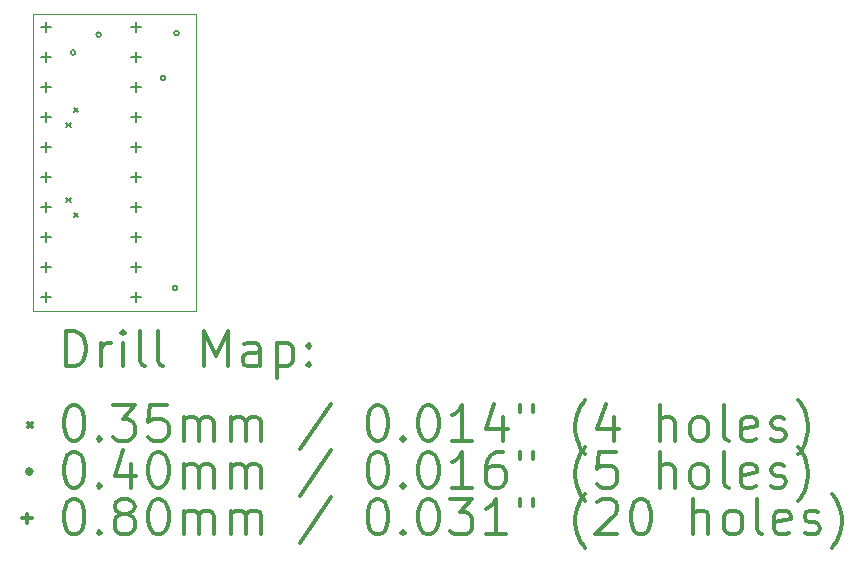
<source format=gbr>
%FSLAX45Y45*%
G04 Gerber Fmt 4.5, Leading zero omitted, Abs format (unit mm)*
G04 Created by KiCad (PCBNEW (5.1.5)-3) date 2020-06-23 05:32:54*
%MOMM*%
%LPD*%
G04 APERTURE LIST*
%TA.AperFunction,Profile*%
%ADD10C,0.120000*%
%TD*%
%ADD11C,0.200000*%
%ADD12C,0.300000*%
G04 APERTURE END LIST*
D10*
X11938000Y-9512300D02*
X11938000Y-6997700D01*
X10553700Y-9512300D02*
X11938000Y-9512300D01*
X10553700Y-6997700D02*
X10553700Y-9512300D01*
X11938000Y-6997700D02*
X10553700Y-6997700D01*
D11*
X10841000Y-7920000D02*
X10876000Y-7955000D01*
X10876000Y-7920000D02*
X10841000Y-7955000D01*
X10841000Y-8555000D02*
X10876000Y-8590000D01*
X10876000Y-8555000D02*
X10841000Y-8590000D01*
X10904500Y-7793000D02*
X10939500Y-7828000D01*
X10939500Y-7793000D02*
X10904500Y-7828000D01*
X10904500Y-8682000D02*
X10939500Y-8717000D01*
X10939500Y-8682000D02*
X10904500Y-8717000D01*
X10916600Y-7327900D02*
G75*
G03X10916600Y-7327900I-20000J0D01*
G01*
X11132500Y-7175500D02*
G75*
G03X11132500Y-7175500I-20000J0D01*
G01*
X11678600Y-7543800D02*
G75*
G03X11678600Y-7543800I-20000J0D01*
G01*
X11780200Y-9321800D02*
G75*
G03X11780200Y-9321800I-20000J0D01*
G01*
X11792900Y-7162800D02*
G75*
G03X11792900Y-7162800I-20000J0D01*
G01*
X10668000Y-7072000D02*
X10668000Y-7152000D01*
X10628000Y-7112000D02*
X10708000Y-7112000D01*
X10668000Y-7326000D02*
X10668000Y-7406000D01*
X10628000Y-7366000D02*
X10708000Y-7366000D01*
X10668000Y-7580000D02*
X10668000Y-7660000D01*
X10628000Y-7620000D02*
X10708000Y-7620000D01*
X10668000Y-7834000D02*
X10668000Y-7914000D01*
X10628000Y-7874000D02*
X10708000Y-7874000D01*
X10668000Y-8088000D02*
X10668000Y-8168000D01*
X10628000Y-8128000D02*
X10708000Y-8128000D01*
X10668000Y-8342000D02*
X10668000Y-8422000D01*
X10628000Y-8382000D02*
X10708000Y-8382000D01*
X10668000Y-8596000D02*
X10668000Y-8676000D01*
X10628000Y-8636000D02*
X10708000Y-8636000D01*
X10668000Y-8850000D02*
X10668000Y-8930000D01*
X10628000Y-8890000D02*
X10708000Y-8890000D01*
X10668000Y-9104000D02*
X10668000Y-9184000D01*
X10628000Y-9144000D02*
X10708000Y-9144000D01*
X10668000Y-9358000D02*
X10668000Y-9438000D01*
X10628000Y-9398000D02*
X10708000Y-9398000D01*
X11430000Y-7072000D02*
X11430000Y-7152000D01*
X11390000Y-7112000D02*
X11470000Y-7112000D01*
X11430000Y-7326000D02*
X11430000Y-7406000D01*
X11390000Y-7366000D02*
X11470000Y-7366000D01*
X11430000Y-7580000D02*
X11430000Y-7660000D01*
X11390000Y-7620000D02*
X11470000Y-7620000D01*
X11430000Y-7834000D02*
X11430000Y-7914000D01*
X11390000Y-7874000D02*
X11470000Y-7874000D01*
X11430000Y-8088000D02*
X11430000Y-8168000D01*
X11390000Y-8128000D02*
X11470000Y-8128000D01*
X11430000Y-8342000D02*
X11430000Y-8422000D01*
X11390000Y-8382000D02*
X11470000Y-8382000D01*
X11430000Y-8596000D02*
X11430000Y-8676000D01*
X11390000Y-8636000D02*
X11470000Y-8636000D01*
X11430000Y-8850000D02*
X11430000Y-8930000D01*
X11390000Y-8890000D02*
X11470000Y-8890000D01*
X11430000Y-9104000D02*
X11430000Y-9184000D01*
X11390000Y-9144000D02*
X11470000Y-9144000D01*
X11430000Y-9358000D02*
X11430000Y-9438000D01*
X11390000Y-9398000D02*
X11470000Y-9398000D01*
D12*
X10834128Y-9984014D02*
X10834128Y-9684014D01*
X10905557Y-9684014D01*
X10948414Y-9698300D01*
X10976986Y-9726872D01*
X10991271Y-9755443D01*
X11005557Y-9812586D01*
X11005557Y-9855443D01*
X10991271Y-9912586D01*
X10976986Y-9941157D01*
X10948414Y-9969729D01*
X10905557Y-9984014D01*
X10834128Y-9984014D01*
X11134128Y-9984014D02*
X11134128Y-9784014D01*
X11134128Y-9841157D02*
X11148414Y-9812586D01*
X11162700Y-9798300D01*
X11191271Y-9784014D01*
X11219843Y-9784014D01*
X11319843Y-9984014D02*
X11319843Y-9784014D01*
X11319843Y-9684014D02*
X11305557Y-9698300D01*
X11319843Y-9712586D01*
X11334128Y-9698300D01*
X11319843Y-9684014D01*
X11319843Y-9712586D01*
X11505557Y-9984014D02*
X11476986Y-9969729D01*
X11462700Y-9941157D01*
X11462700Y-9684014D01*
X11662700Y-9984014D02*
X11634128Y-9969729D01*
X11619843Y-9941157D01*
X11619843Y-9684014D01*
X12005557Y-9984014D02*
X12005557Y-9684014D01*
X12105557Y-9898300D01*
X12205557Y-9684014D01*
X12205557Y-9984014D01*
X12476986Y-9984014D02*
X12476986Y-9826872D01*
X12462700Y-9798300D01*
X12434128Y-9784014D01*
X12376986Y-9784014D01*
X12348414Y-9798300D01*
X12476986Y-9969729D02*
X12448414Y-9984014D01*
X12376986Y-9984014D01*
X12348414Y-9969729D01*
X12334128Y-9941157D01*
X12334128Y-9912586D01*
X12348414Y-9884014D01*
X12376986Y-9869729D01*
X12448414Y-9869729D01*
X12476986Y-9855443D01*
X12619843Y-9784014D02*
X12619843Y-10084014D01*
X12619843Y-9798300D02*
X12648414Y-9784014D01*
X12705557Y-9784014D01*
X12734128Y-9798300D01*
X12748414Y-9812586D01*
X12762700Y-9841157D01*
X12762700Y-9926872D01*
X12748414Y-9955443D01*
X12734128Y-9969729D01*
X12705557Y-9984014D01*
X12648414Y-9984014D01*
X12619843Y-9969729D01*
X12891271Y-9955443D02*
X12905557Y-9969729D01*
X12891271Y-9984014D01*
X12876986Y-9969729D01*
X12891271Y-9955443D01*
X12891271Y-9984014D01*
X12891271Y-9798300D02*
X12905557Y-9812586D01*
X12891271Y-9826872D01*
X12876986Y-9812586D01*
X12891271Y-9798300D01*
X12891271Y-9826872D01*
X10512700Y-10460800D02*
X10547700Y-10495800D01*
X10547700Y-10460800D02*
X10512700Y-10495800D01*
X10891271Y-10314014D02*
X10919843Y-10314014D01*
X10948414Y-10328300D01*
X10962700Y-10342586D01*
X10976986Y-10371157D01*
X10991271Y-10428300D01*
X10991271Y-10499729D01*
X10976986Y-10556872D01*
X10962700Y-10585443D01*
X10948414Y-10599729D01*
X10919843Y-10614014D01*
X10891271Y-10614014D01*
X10862700Y-10599729D01*
X10848414Y-10585443D01*
X10834128Y-10556872D01*
X10819843Y-10499729D01*
X10819843Y-10428300D01*
X10834128Y-10371157D01*
X10848414Y-10342586D01*
X10862700Y-10328300D01*
X10891271Y-10314014D01*
X11119843Y-10585443D02*
X11134128Y-10599729D01*
X11119843Y-10614014D01*
X11105557Y-10599729D01*
X11119843Y-10585443D01*
X11119843Y-10614014D01*
X11234128Y-10314014D02*
X11419843Y-10314014D01*
X11319843Y-10428300D01*
X11362700Y-10428300D01*
X11391271Y-10442586D01*
X11405557Y-10456872D01*
X11419843Y-10485443D01*
X11419843Y-10556872D01*
X11405557Y-10585443D01*
X11391271Y-10599729D01*
X11362700Y-10614014D01*
X11276986Y-10614014D01*
X11248414Y-10599729D01*
X11234128Y-10585443D01*
X11691271Y-10314014D02*
X11548414Y-10314014D01*
X11534128Y-10456872D01*
X11548414Y-10442586D01*
X11576986Y-10428300D01*
X11648414Y-10428300D01*
X11676986Y-10442586D01*
X11691271Y-10456872D01*
X11705557Y-10485443D01*
X11705557Y-10556872D01*
X11691271Y-10585443D01*
X11676986Y-10599729D01*
X11648414Y-10614014D01*
X11576986Y-10614014D01*
X11548414Y-10599729D01*
X11534128Y-10585443D01*
X11834128Y-10614014D02*
X11834128Y-10414014D01*
X11834128Y-10442586D02*
X11848414Y-10428300D01*
X11876986Y-10414014D01*
X11919843Y-10414014D01*
X11948414Y-10428300D01*
X11962700Y-10456872D01*
X11962700Y-10614014D01*
X11962700Y-10456872D02*
X11976986Y-10428300D01*
X12005557Y-10414014D01*
X12048414Y-10414014D01*
X12076986Y-10428300D01*
X12091271Y-10456872D01*
X12091271Y-10614014D01*
X12234128Y-10614014D02*
X12234128Y-10414014D01*
X12234128Y-10442586D02*
X12248414Y-10428300D01*
X12276986Y-10414014D01*
X12319843Y-10414014D01*
X12348414Y-10428300D01*
X12362700Y-10456872D01*
X12362700Y-10614014D01*
X12362700Y-10456872D02*
X12376986Y-10428300D01*
X12405557Y-10414014D01*
X12448414Y-10414014D01*
X12476986Y-10428300D01*
X12491271Y-10456872D01*
X12491271Y-10614014D01*
X13076986Y-10299729D02*
X12819843Y-10685443D01*
X13462700Y-10314014D02*
X13491271Y-10314014D01*
X13519843Y-10328300D01*
X13534128Y-10342586D01*
X13548414Y-10371157D01*
X13562700Y-10428300D01*
X13562700Y-10499729D01*
X13548414Y-10556872D01*
X13534128Y-10585443D01*
X13519843Y-10599729D01*
X13491271Y-10614014D01*
X13462700Y-10614014D01*
X13434128Y-10599729D01*
X13419843Y-10585443D01*
X13405557Y-10556872D01*
X13391271Y-10499729D01*
X13391271Y-10428300D01*
X13405557Y-10371157D01*
X13419843Y-10342586D01*
X13434128Y-10328300D01*
X13462700Y-10314014D01*
X13691271Y-10585443D02*
X13705557Y-10599729D01*
X13691271Y-10614014D01*
X13676986Y-10599729D01*
X13691271Y-10585443D01*
X13691271Y-10614014D01*
X13891271Y-10314014D02*
X13919843Y-10314014D01*
X13948414Y-10328300D01*
X13962700Y-10342586D01*
X13976986Y-10371157D01*
X13991271Y-10428300D01*
X13991271Y-10499729D01*
X13976986Y-10556872D01*
X13962700Y-10585443D01*
X13948414Y-10599729D01*
X13919843Y-10614014D01*
X13891271Y-10614014D01*
X13862700Y-10599729D01*
X13848414Y-10585443D01*
X13834128Y-10556872D01*
X13819843Y-10499729D01*
X13819843Y-10428300D01*
X13834128Y-10371157D01*
X13848414Y-10342586D01*
X13862700Y-10328300D01*
X13891271Y-10314014D01*
X14276986Y-10614014D02*
X14105557Y-10614014D01*
X14191271Y-10614014D02*
X14191271Y-10314014D01*
X14162700Y-10356872D01*
X14134128Y-10385443D01*
X14105557Y-10399729D01*
X14534128Y-10414014D02*
X14534128Y-10614014D01*
X14462700Y-10299729D02*
X14391271Y-10514014D01*
X14576986Y-10514014D01*
X14676986Y-10314014D02*
X14676986Y-10371157D01*
X14791271Y-10314014D02*
X14791271Y-10371157D01*
X15234128Y-10728300D02*
X15219843Y-10714014D01*
X15191271Y-10671157D01*
X15176986Y-10642586D01*
X15162700Y-10599729D01*
X15148414Y-10528300D01*
X15148414Y-10471157D01*
X15162700Y-10399729D01*
X15176986Y-10356872D01*
X15191271Y-10328300D01*
X15219843Y-10285443D01*
X15234128Y-10271157D01*
X15476986Y-10414014D02*
X15476986Y-10614014D01*
X15405557Y-10299729D02*
X15334128Y-10514014D01*
X15519843Y-10514014D01*
X15862700Y-10614014D02*
X15862700Y-10314014D01*
X15991271Y-10614014D02*
X15991271Y-10456872D01*
X15976986Y-10428300D01*
X15948414Y-10414014D01*
X15905557Y-10414014D01*
X15876986Y-10428300D01*
X15862700Y-10442586D01*
X16176986Y-10614014D02*
X16148414Y-10599729D01*
X16134128Y-10585443D01*
X16119843Y-10556872D01*
X16119843Y-10471157D01*
X16134128Y-10442586D01*
X16148414Y-10428300D01*
X16176986Y-10414014D01*
X16219843Y-10414014D01*
X16248414Y-10428300D01*
X16262700Y-10442586D01*
X16276986Y-10471157D01*
X16276986Y-10556872D01*
X16262700Y-10585443D01*
X16248414Y-10599729D01*
X16219843Y-10614014D01*
X16176986Y-10614014D01*
X16448414Y-10614014D02*
X16419843Y-10599729D01*
X16405557Y-10571157D01*
X16405557Y-10314014D01*
X16676986Y-10599729D02*
X16648414Y-10614014D01*
X16591271Y-10614014D01*
X16562700Y-10599729D01*
X16548414Y-10571157D01*
X16548414Y-10456872D01*
X16562700Y-10428300D01*
X16591271Y-10414014D01*
X16648414Y-10414014D01*
X16676986Y-10428300D01*
X16691271Y-10456872D01*
X16691271Y-10485443D01*
X16548414Y-10514014D01*
X16805557Y-10599729D02*
X16834128Y-10614014D01*
X16891271Y-10614014D01*
X16919843Y-10599729D01*
X16934128Y-10571157D01*
X16934128Y-10556872D01*
X16919843Y-10528300D01*
X16891271Y-10514014D01*
X16848414Y-10514014D01*
X16819843Y-10499729D01*
X16805557Y-10471157D01*
X16805557Y-10456872D01*
X16819843Y-10428300D01*
X16848414Y-10414014D01*
X16891271Y-10414014D01*
X16919843Y-10428300D01*
X17034128Y-10728300D02*
X17048414Y-10714014D01*
X17076986Y-10671157D01*
X17091271Y-10642586D01*
X17105557Y-10599729D01*
X17119843Y-10528300D01*
X17119843Y-10471157D01*
X17105557Y-10399729D01*
X17091271Y-10356872D01*
X17076986Y-10328300D01*
X17048414Y-10285443D01*
X17034128Y-10271157D01*
X10547700Y-10874300D02*
G75*
G03X10547700Y-10874300I-20000J0D01*
G01*
X10891271Y-10710014D02*
X10919843Y-10710014D01*
X10948414Y-10724300D01*
X10962700Y-10738586D01*
X10976986Y-10767157D01*
X10991271Y-10824300D01*
X10991271Y-10895729D01*
X10976986Y-10952872D01*
X10962700Y-10981443D01*
X10948414Y-10995729D01*
X10919843Y-11010014D01*
X10891271Y-11010014D01*
X10862700Y-10995729D01*
X10848414Y-10981443D01*
X10834128Y-10952872D01*
X10819843Y-10895729D01*
X10819843Y-10824300D01*
X10834128Y-10767157D01*
X10848414Y-10738586D01*
X10862700Y-10724300D01*
X10891271Y-10710014D01*
X11119843Y-10981443D02*
X11134128Y-10995729D01*
X11119843Y-11010014D01*
X11105557Y-10995729D01*
X11119843Y-10981443D01*
X11119843Y-11010014D01*
X11391271Y-10810014D02*
X11391271Y-11010014D01*
X11319843Y-10695729D02*
X11248414Y-10910014D01*
X11434128Y-10910014D01*
X11605557Y-10710014D02*
X11634128Y-10710014D01*
X11662700Y-10724300D01*
X11676986Y-10738586D01*
X11691271Y-10767157D01*
X11705557Y-10824300D01*
X11705557Y-10895729D01*
X11691271Y-10952872D01*
X11676986Y-10981443D01*
X11662700Y-10995729D01*
X11634128Y-11010014D01*
X11605557Y-11010014D01*
X11576986Y-10995729D01*
X11562700Y-10981443D01*
X11548414Y-10952872D01*
X11534128Y-10895729D01*
X11534128Y-10824300D01*
X11548414Y-10767157D01*
X11562700Y-10738586D01*
X11576986Y-10724300D01*
X11605557Y-10710014D01*
X11834128Y-11010014D02*
X11834128Y-10810014D01*
X11834128Y-10838586D02*
X11848414Y-10824300D01*
X11876986Y-10810014D01*
X11919843Y-10810014D01*
X11948414Y-10824300D01*
X11962700Y-10852872D01*
X11962700Y-11010014D01*
X11962700Y-10852872D02*
X11976986Y-10824300D01*
X12005557Y-10810014D01*
X12048414Y-10810014D01*
X12076986Y-10824300D01*
X12091271Y-10852872D01*
X12091271Y-11010014D01*
X12234128Y-11010014D02*
X12234128Y-10810014D01*
X12234128Y-10838586D02*
X12248414Y-10824300D01*
X12276986Y-10810014D01*
X12319843Y-10810014D01*
X12348414Y-10824300D01*
X12362700Y-10852872D01*
X12362700Y-11010014D01*
X12362700Y-10852872D02*
X12376986Y-10824300D01*
X12405557Y-10810014D01*
X12448414Y-10810014D01*
X12476986Y-10824300D01*
X12491271Y-10852872D01*
X12491271Y-11010014D01*
X13076986Y-10695729D02*
X12819843Y-11081443D01*
X13462700Y-10710014D02*
X13491271Y-10710014D01*
X13519843Y-10724300D01*
X13534128Y-10738586D01*
X13548414Y-10767157D01*
X13562700Y-10824300D01*
X13562700Y-10895729D01*
X13548414Y-10952872D01*
X13534128Y-10981443D01*
X13519843Y-10995729D01*
X13491271Y-11010014D01*
X13462700Y-11010014D01*
X13434128Y-10995729D01*
X13419843Y-10981443D01*
X13405557Y-10952872D01*
X13391271Y-10895729D01*
X13391271Y-10824300D01*
X13405557Y-10767157D01*
X13419843Y-10738586D01*
X13434128Y-10724300D01*
X13462700Y-10710014D01*
X13691271Y-10981443D02*
X13705557Y-10995729D01*
X13691271Y-11010014D01*
X13676986Y-10995729D01*
X13691271Y-10981443D01*
X13691271Y-11010014D01*
X13891271Y-10710014D02*
X13919843Y-10710014D01*
X13948414Y-10724300D01*
X13962700Y-10738586D01*
X13976986Y-10767157D01*
X13991271Y-10824300D01*
X13991271Y-10895729D01*
X13976986Y-10952872D01*
X13962700Y-10981443D01*
X13948414Y-10995729D01*
X13919843Y-11010014D01*
X13891271Y-11010014D01*
X13862700Y-10995729D01*
X13848414Y-10981443D01*
X13834128Y-10952872D01*
X13819843Y-10895729D01*
X13819843Y-10824300D01*
X13834128Y-10767157D01*
X13848414Y-10738586D01*
X13862700Y-10724300D01*
X13891271Y-10710014D01*
X14276986Y-11010014D02*
X14105557Y-11010014D01*
X14191271Y-11010014D02*
X14191271Y-10710014D01*
X14162700Y-10752872D01*
X14134128Y-10781443D01*
X14105557Y-10795729D01*
X14534128Y-10710014D02*
X14476986Y-10710014D01*
X14448414Y-10724300D01*
X14434128Y-10738586D01*
X14405557Y-10781443D01*
X14391271Y-10838586D01*
X14391271Y-10952872D01*
X14405557Y-10981443D01*
X14419843Y-10995729D01*
X14448414Y-11010014D01*
X14505557Y-11010014D01*
X14534128Y-10995729D01*
X14548414Y-10981443D01*
X14562700Y-10952872D01*
X14562700Y-10881443D01*
X14548414Y-10852872D01*
X14534128Y-10838586D01*
X14505557Y-10824300D01*
X14448414Y-10824300D01*
X14419843Y-10838586D01*
X14405557Y-10852872D01*
X14391271Y-10881443D01*
X14676986Y-10710014D02*
X14676986Y-10767157D01*
X14791271Y-10710014D02*
X14791271Y-10767157D01*
X15234128Y-11124300D02*
X15219843Y-11110014D01*
X15191271Y-11067157D01*
X15176986Y-11038586D01*
X15162700Y-10995729D01*
X15148414Y-10924300D01*
X15148414Y-10867157D01*
X15162700Y-10795729D01*
X15176986Y-10752872D01*
X15191271Y-10724300D01*
X15219843Y-10681443D01*
X15234128Y-10667157D01*
X15491271Y-10710014D02*
X15348414Y-10710014D01*
X15334128Y-10852872D01*
X15348414Y-10838586D01*
X15376986Y-10824300D01*
X15448414Y-10824300D01*
X15476986Y-10838586D01*
X15491271Y-10852872D01*
X15505557Y-10881443D01*
X15505557Y-10952872D01*
X15491271Y-10981443D01*
X15476986Y-10995729D01*
X15448414Y-11010014D01*
X15376986Y-11010014D01*
X15348414Y-10995729D01*
X15334128Y-10981443D01*
X15862700Y-11010014D02*
X15862700Y-10710014D01*
X15991271Y-11010014D02*
X15991271Y-10852872D01*
X15976986Y-10824300D01*
X15948414Y-10810014D01*
X15905557Y-10810014D01*
X15876986Y-10824300D01*
X15862700Y-10838586D01*
X16176986Y-11010014D02*
X16148414Y-10995729D01*
X16134128Y-10981443D01*
X16119843Y-10952872D01*
X16119843Y-10867157D01*
X16134128Y-10838586D01*
X16148414Y-10824300D01*
X16176986Y-10810014D01*
X16219843Y-10810014D01*
X16248414Y-10824300D01*
X16262700Y-10838586D01*
X16276986Y-10867157D01*
X16276986Y-10952872D01*
X16262700Y-10981443D01*
X16248414Y-10995729D01*
X16219843Y-11010014D01*
X16176986Y-11010014D01*
X16448414Y-11010014D02*
X16419843Y-10995729D01*
X16405557Y-10967157D01*
X16405557Y-10710014D01*
X16676986Y-10995729D02*
X16648414Y-11010014D01*
X16591271Y-11010014D01*
X16562700Y-10995729D01*
X16548414Y-10967157D01*
X16548414Y-10852872D01*
X16562700Y-10824300D01*
X16591271Y-10810014D01*
X16648414Y-10810014D01*
X16676986Y-10824300D01*
X16691271Y-10852872D01*
X16691271Y-10881443D01*
X16548414Y-10910014D01*
X16805557Y-10995729D02*
X16834128Y-11010014D01*
X16891271Y-11010014D01*
X16919843Y-10995729D01*
X16934128Y-10967157D01*
X16934128Y-10952872D01*
X16919843Y-10924300D01*
X16891271Y-10910014D01*
X16848414Y-10910014D01*
X16819843Y-10895729D01*
X16805557Y-10867157D01*
X16805557Y-10852872D01*
X16819843Y-10824300D01*
X16848414Y-10810014D01*
X16891271Y-10810014D01*
X16919843Y-10824300D01*
X17034128Y-11124300D02*
X17048414Y-11110014D01*
X17076986Y-11067157D01*
X17091271Y-11038586D01*
X17105557Y-10995729D01*
X17119843Y-10924300D01*
X17119843Y-10867157D01*
X17105557Y-10795729D01*
X17091271Y-10752872D01*
X17076986Y-10724300D01*
X17048414Y-10681443D01*
X17034128Y-10667157D01*
X10507700Y-11230300D02*
X10507700Y-11310300D01*
X10467700Y-11270300D02*
X10547700Y-11270300D01*
X10891271Y-11106014D02*
X10919843Y-11106014D01*
X10948414Y-11120300D01*
X10962700Y-11134586D01*
X10976986Y-11163157D01*
X10991271Y-11220300D01*
X10991271Y-11291729D01*
X10976986Y-11348871D01*
X10962700Y-11377443D01*
X10948414Y-11391729D01*
X10919843Y-11406014D01*
X10891271Y-11406014D01*
X10862700Y-11391729D01*
X10848414Y-11377443D01*
X10834128Y-11348871D01*
X10819843Y-11291729D01*
X10819843Y-11220300D01*
X10834128Y-11163157D01*
X10848414Y-11134586D01*
X10862700Y-11120300D01*
X10891271Y-11106014D01*
X11119843Y-11377443D02*
X11134128Y-11391729D01*
X11119843Y-11406014D01*
X11105557Y-11391729D01*
X11119843Y-11377443D01*
X11119843Y-11406014D01*
X11305557Y-11234586D02*
X11276986Y-11220300D01*
X11262700Y-11206014D01*
X11248414Y-11177443D01*
X11248414Y-11163157D01*
X11262700Y-11134586D01*
X11276986Y-11120300D01*
X11305557Y-11106014D01*
X11362700Y-11106014D01*
X11391271Y-11120300D01*
X11405557Y-11134586D01*
X11419843Y-11163157D01*
X11419843Y-11177443D01*
X11405557Y-11206014D01*
X11391271Y-11220300D01*
X11362700Y-11234586D01*
X11305557Y-11234586D01*
X11276986Y-11248871D01*
X11262700Y-11263157D01*
X11248414Y-11291729D01*
X11248414Y-11348871D01*
X11262700Y-11377443D01*
X11276986Y-11391729D01*
X11305557Y-11406014D01*
X11362700Y-11406014D01*
X11391271Y-11391729D01*
X11405557Y-11377443D01*
X11419843Y-11348871D01*
X11419843Y-11291729D01*
X11405557Y-11263157D01*
X11391271Y-11248871D01*
X11362700Y-11234586D01*
X11605557Y-11106014D02*
X11634128Y-11106014D01*
X11662700Y-11120300D01*
X11676986Y-11134586D01*
X11691271Y-11163157D01*
X11705557Y-11220300D01*
X11705557Y-11291729D01*
X11691271Y-11348871D01*
X11676986Y-11377443D01*
X11662700Y-11391729D01*
X11634128Y-11406014D01*
X11605557Y-11406014D01*
X11576986Y-11391729D01*
X11562700Y-11377443D01*
X11548414Y-11348871D01*
X11534128Y-11291729D01*
X11534128Y-11220300D01*
X11548414Y-11163157D01*
X11562700Y-11134586D01*
X11576986Y-11120300D01*
X11605557Y-11106014D01*
X11834128Y-11406014D02*
X11834128Y-11206014D01*
X11834128Y-11234586D02*
X11848414Y-11220300D01*
X11876986Y-11206014D01*
X11919843Y-11206014D01*
X11948414Y-11220300D01*
X11962700Y-11248871D01*
X11962700Y-11406014D01*
X11962700Y-11248871D02*
X11976986Y-11220300D01*
X12005557Y-11206014D01*
X12048414Y-11206014D01*
X12076986Y-11220300D01*
X12091271Y-11248871D01*
X12091271Y-11406014D01*
X12234128Y-11406014D02*
X12234128Y-11206014D01*
X12234128Y-11234586D02*
X12248414Y-11220300D01*
X12276986Y-11206014D01*
X12319843Y-11206014D01*
X12348414Y-11220300D01*
X12362700Y-11248871D01*
X12362700Y-11406014D01*
X12362700Y-11248871D02*
X12376986Y-11220300D01*
X12405557Y-11206014D01*
X12448414Y-11206014D01*
X12476986Y-11220300D01*
X12491271Y-11248871D01*
X12491271Y-11406014D01*
X13076986Y-11091729D02*
X12819843Y-11477443D01*
X13462700Y-11106014D02*
X13491271Y-11106014D01*
X13519843Y-11120300D01*
X13534128Y-11134586D01*
X13548414Y-11163157D01*
X13562700Y-11220300D01*
X13562700Y-11291729D01*
X13548414Y-11348871D01*
X13534128Y-11377443D01*
X13519843Y-11391729D01*
X13491271Y-11406014D01*
X13462700Y-11406014D01*
X13434128Y-11391729D01*
X13419843Y-11377443D01*
X13405557Y-11348871D01*
X13391271Y-11291729D01*
X13391271Y-11220300D01*
X13405557Y-11163157D01*
X13419843Y-11134586D01*
X13434128Y-11120300D01*
X13462700Y-11106014D01*
X13691271Y-11377443D02*
X13705557Y-11391729D01*
X13691271Y-11406014D01*
X13676986Y-11391729D01*
X13691271Y-11377443D01*
X13691271Y-11406014D01*
X13891271Y-11106014D02*
X13919843Y-11106014D01*
X13948414Y-11120300D01*
X13962700Y-11134586D01*
X13976986Y-11163157D01*
X13991271Y-11220300D01*
X13991271Y-11291729D01*
X13976986Y-11348871D01*
X13962700Y-11377443D01*
X13948414Y-11391729D01*
X13919843Y-11406014D01*
X13891271Y-11406014D01*
X13862700Y-11391729D01*
X13848414Y-11377443D01*
X13834128Y-11348871D01*
X13819843Y-11291729D01*
X13819843Y-11220300D01*
X13834128Y-11163157D01*
X13848414Y-11134586D01*
X13862700Y-11120300D01*
X13891271Y-11106014D01*
X14091271Y-11106014D02*
X14276986Y-11106014D01*
X14176986Y-11220300D01*
X14219843Y-11220300D01*
X14248414Y-11234586D01*
X14262700Y-11248871D01*
X14276986Y-11277443D01*
X14276986Y-11348871D01*
X14262700Y-11377443D01*
X14248414Y-11391729D01*
X14219843Y-11406014D01*
X14134128Y-11406014D01*
X14105557Y-11391729D01*
X14091271Y-11377443D01*
X14562700Y-11406014D02*
X14391271Y-11406014D01*
X14476986Y-11406014D02*
X14476986Y-11106014D01*
X14448414Y-11148872D01*
X14419843Y-11177443D01*
X14391271Y-11191729D01*
X14676986Y-11106014D02*
X14676986Y-11163157D01*
X14791271Y-11106014D02*
X14791271Y-11163157D01*
X15234128Y-11520300D02*
X15219843Y-11506014D01*
X15191271Y-11463157D01*
X15176986Y-11434586D01*
X15162700Y-11391729D01*
X15148414Y-11320300D01*
X15148414Y-11263157D01*
X15162700Y-11191729D01*
X15176986Y-11148872D01*
X15191271Y-11120300D01*
X15219843Y-11077443D01*
X15234128Y-11063157D01*
X15334128Y-11134586D02*
X15348414Y-11120300D01*
X15376986Y-11106014D01*
X15448414Y-11106014D01*
X15476986Y-11120300D01*
X15491271Y-11134586D01*
X15505557Y-11163157D01*
X15505557Y-11191729D01*
X15491271Y-11234586D01*
X15319843Y-11406014D01*
X15505557Y-11406014D01*
X15691271Y-11106014D02*
X15719843Y-11106014D01*
X15748414Y-11120300D01*
X15762700Y-11134586D01*
X15776986Y-11163157D01*
X15791271Y-11220300D01*
X15791271Y-11291729D01*
X15776986Y-11348871D01*
X15762700Y-11377443D01*
X15748414Y-11391729D01*
X15719843Y-11406014D01*
X15691271Y-11406014D01*
X15662700Y-11391729D01*
X15648414Y-11377443D01*
X15634128Y-11348871D01*
X15619843Y-11291729D01*
X15619843Y-11220300D01*
X15634128Y-11163157D01*
X15648414Y-11134586D01*
X15662700Y-11120300D01*
X15691271Y-11106014D01*
X16148414Y-11406014D02*
X16148414Y-11106014D01*
X16276986Y-11406014D02*
X16276986Y-11248871D01*
X16262700Y-11220300D01*
X16234128Y-11206014D01*
X16191271Y-11206014D01*
X16162700Y-11220300D01*
X16148414Y-11234586D01*
X16462700Y-11406014D02*
X16434128Y-11391729D01*
X16419843Y-11377443D01*
X16405557Y-11348871D01*
X16405557Y-11263157D01*
X16419843Y-11234586D01*
X16434128Y-11220300D01*
X16462700Y-11206014D01*
X16505557Y-11206014D01*
X16534128Y-11220300D01*
X16548414Y-11234586D01*
X16562700Y-11263157D01*
X16562700Y-11348871D01*
X16548414Y-11377443D01*
X16534128Y-11391729D01*
X16505557Y-11406014D01*
X16462700Y-11406014D01*
X16734128Y-11406014D02*
X16705557Y-11391729D01*
X16691271Y-11363157D01*
X16691271Y-11106014D01*
X16962700Y-11391729D02*
X16934128Y-11406014D01*
X16876986Y-11406014D01*
X16848414Y-11391729D01*
X16834128Y-11363157D01*
X16834128Y-11248871D01*
X16848414Y-11220300D01*
X16876986Y-11206014D01*
X16934128Y-11206014D01*
X16962700Y-11220300D01*
X16976986Y-11248871D01*
X16976986Y-11277443D01*
X16834128Y-11306014D01*
X17091271Y-11391729D02*
X17119843Y-11406014D01*
X17176986Y-11406014D01*
X17205557Y-11391729D01*
X17219843Y-11363157D01*
X17219843Y-11348871D01*
X17205557Y-11320300D01*
X17176986Y-11306014D01*
X17134128Y-11306014D01*
X17105557Y-11291729D01*
X17091271Y-11263157D01*
X17091271Y-11248871D01*
X17105557Y-11220300D01*
X17134128Y-11206014D01*
X17176986Y-11206014D01*
X17205557Y-11220300D01*
X17319843Y-11520300D02*
X17334128Y-11506014D01*
X17362700Y-11463157D01*
X17376986Y-11434586D01*
X17391271Y-11391729D01*
X17405557Y-11320300D01*
X17405557Y-11263157D01*
X17391271Y-11191729D01*
X17376986Y-11148872D01*
X17362700Y-11120300D01*
X17334128Y-11077443D01*
X17319843Y-11063157D01*
M02*

</source>
